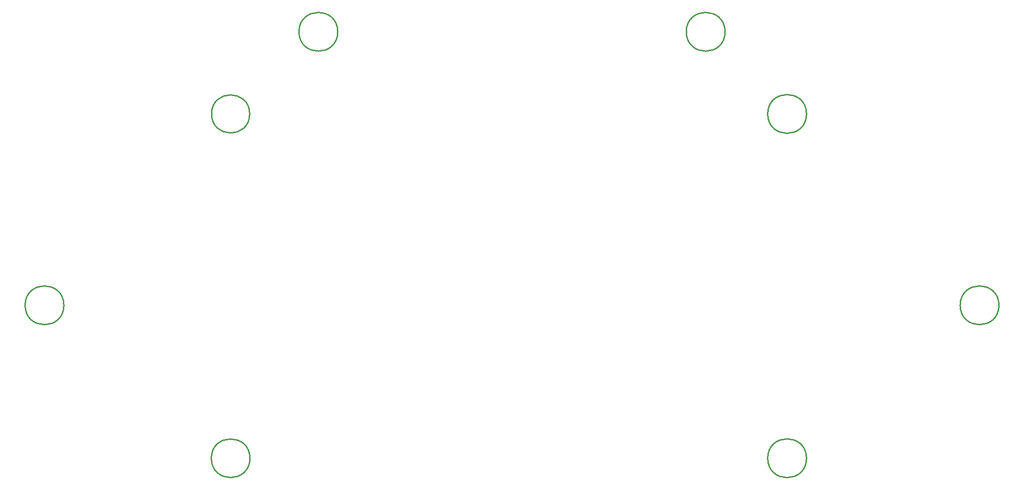
<source format=gbo>
G04*
G04 #@! TF.GenerationSoftware,Altium Limited,Altium Designer,22.3.1 (43)*
G04*
G04 Layer_Color=32896*
%FSLAX44Y44*%
%MOMM*%
G71*
G04*
G04 #@! TF.SameCoordinates,183D5ADB-B2EB-4085-A593-B9F204B0C739*
G04*
G04*
G04 #@! TF.FilePolarity,Positive*
G04*
G01*
G75*
%ADD10C,0.2540*%
D10*
X-704036Y-366772D02*
G03*
X-704036Y-366772I-34855J0D01*
G01*
X300533D02*
G03*
X300533Y-366772I-35024J0D01*
G01*
X300545Y255528D02*
G03*
X300545Y255528I-35037J0D01*
G01*
X-704486D02*
G03*
X-704486Y255528I-34405J0D01*
G01*
X-545528Y404018D02*
G03*
X-545528Y404018I-35014J0D01*
G01*
X153565Y404019D02*
G03*
X153565Y404019I-35014J0D01*
G01*
X647898Y-90315D02*
G03*
X647898Y-90315I-35014J0D01*
G01*
X-1039861Y-90314D02*
G03*
X-1039861Y-90314I-35014J0D01*
G01*
M02*

</source>
